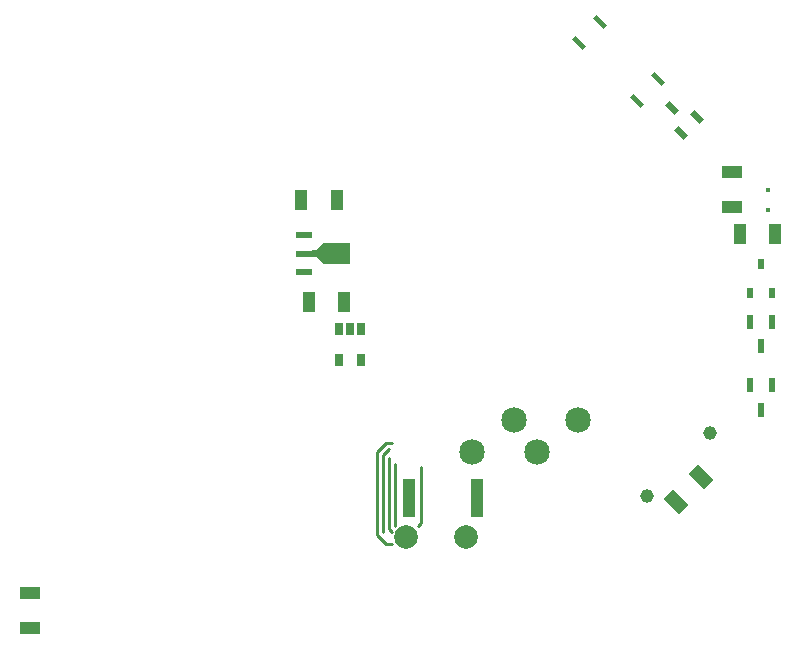
<source format=gbs>
G04 Layer_Color=16711935*
%FSLAX44Y44*%
%MOMM*%
G71*
G01*
G75*
%ADD10R,1.8034X1.1120*%
%ADD16C,2.1590*%
%ADD22C,2.0000*%
%ADD23C,1.1684*%
%ADD34R,0.3556X0.4032*%
%ADD35R,0.5680X1.2588*%
G04:AMPARAMS|DCode=36|XSize=0.5426mm|YSize=1.1572mm|CornerRadius=0mm|HoleSize=0mm|Usage=FLASHONLY|Rotation=225.000|XOffset=0mm|YOffset=0mm|HoleType=Round|Shape=Rectangle|*
%AMROTATEDRECTD36*
4,1,4,-0.2173,0.6010,0.6010,-0.2173,0.2173,-0.6010,-0.6010,0.2173,-0.2173,0.6010,0.0*
%
%ADD36ROTATEDRECTD36*%

%ADD37R,1.1120X1.8034*%
%ADD38R,0.5588X0.9144*%
%ADD39R,1.3938X0.4826*%
%ADD40R,1.3938X0.5588*%
%ADD41R,0.7000X1.0000*%
%ADD42R,1.0128X3.2004*%
G04:AMPARAMS|DCode=43|XSize=1.112mm|YSize=1.8034mm|CornerRadius=0mm|HoleSize=0mm|Usage=FLASHONLY|Rotation=45.000|XOffset=0mm|YOffset=0mm|HoleType=Round|Shape=Rectangle|*
%AMROTATEDRECTD43*
4,1,4,0.2445,-1.0308,-1.0308,0.2445,-0.2445,1.0308,1.0308,-0.2445,0.2445,-1.0308,0.0*
%
%ADD43ROTATEDRECTD43*%

G04:AMPARAMS|DCode=44|XSize=1.208mm|YSize=0.4564mm|CornerRadius=0mm|HoleSize=0mm|Usage=FLASHONLY|Rotation=135.000|XOffset=0mm|YOffset=0mm|HoleType=Round|Shape=Rectangle|*
%AMROTATEDRECTD44*
4,1,4,0.5885,-0.2657,0.2657,-0.5885,-0.5885,0.2657,-0.2657,0.5885,0.5885,-0.2657,0.0*
%
%ADD44ROTATEDRECTD44*%

%ADD49C,0.2540*%
%ADD51C,0.1590*%
G36*
X502526Y658856D02*
X479952D01*
X473602Y665206D01*
X470046D01*
Y670794D01*
X473602D01*
X479952Y677144D01*
X502526D01*
Y658856D01*
D02*
G37*
D10*
X231000Y351042D02*
D03*
Y380958D02*
D03*
X826000Y707542D02*
D03*
Y737458D02*
D03*
D16*
X640800Y527000D02*
D03*
X695400D02*
D03*
X605600Y500000D02*
D03*
X660200D02*
D03*
D22*
X600000Y428000D02*
D03*
X550000D02*
D03*
D23*
X753967Y462967D02*
D03*
X807000Y516000D02*
D03*
D34*
X856000Y704507D02*
D03*
Y721493D02*
D03*
D35*
X840500Y610250D02*
D03*
X859500D02*
D03*
X850000Y589422D02*
D03*
X840500Y556750D02*
D03*
X859500D02*
D03*
X850000Y535922D02*
D03*
D36*
X774566Y790934D02*
D03*
X782199Y769831D02*
D03*
X795669Y783301D02*
D03*
D37*
X832292Y684250D02*
D03*
X862208D02*
D03*
X496958Y627000D02*
D03*
X467042D02*
D03*
X490958Y713000D02*
D03*
X461042D02*
D03*
D38*
X859500Y635000D02*
D03*
X840500D02*
D03*
X850000Y658876D02*
D03*
D39*
X463077Y683700D02*
D03*
Y652300D02*
D03*
D40*
Y668000D02*
D03*
D41*
X492500Y578000D02*
D03*
Y604000D02*
D03*
X502000D02*
D03*
X511500D02*
D03*
Y578000D02*
D03*
D42*
X552060Y461000D02*
D03*
X609940D02*
D03*
D43*
X778423Y457423D02*
D03*
X799577Y478577D02*
D03*
D44*
X714077Y864173D02*
D03*
X696117Y846212D02*
D03*
X744790Y797540D02*
D03*
X762750Y815500D02*
D03*
D49*
X532500Y422500D02*
X537500D01*
X525000Y430000D02*
X532500Y422500D01*
X525000Y430000D02*
Y432500D01*
Y467500D01*
Y500000D01*
X532500Y507500D01*
X537500D01*
X530000Y432500D02*
Y497500D01*
X535000Y502500D01*
X535000Y435000D02*
X537500Y432500D01*
X535000Y435000D02*
Y495000D01*
X560000Y437500D02*
X562500Y440000D01*
Y487500D01*
X540000Y437500D02*
Y440000D01*
Y490000D01*
D51*
X750000Y527000D02*
D03*
X551000Y500000D02*
D03*
M02*

</source>
